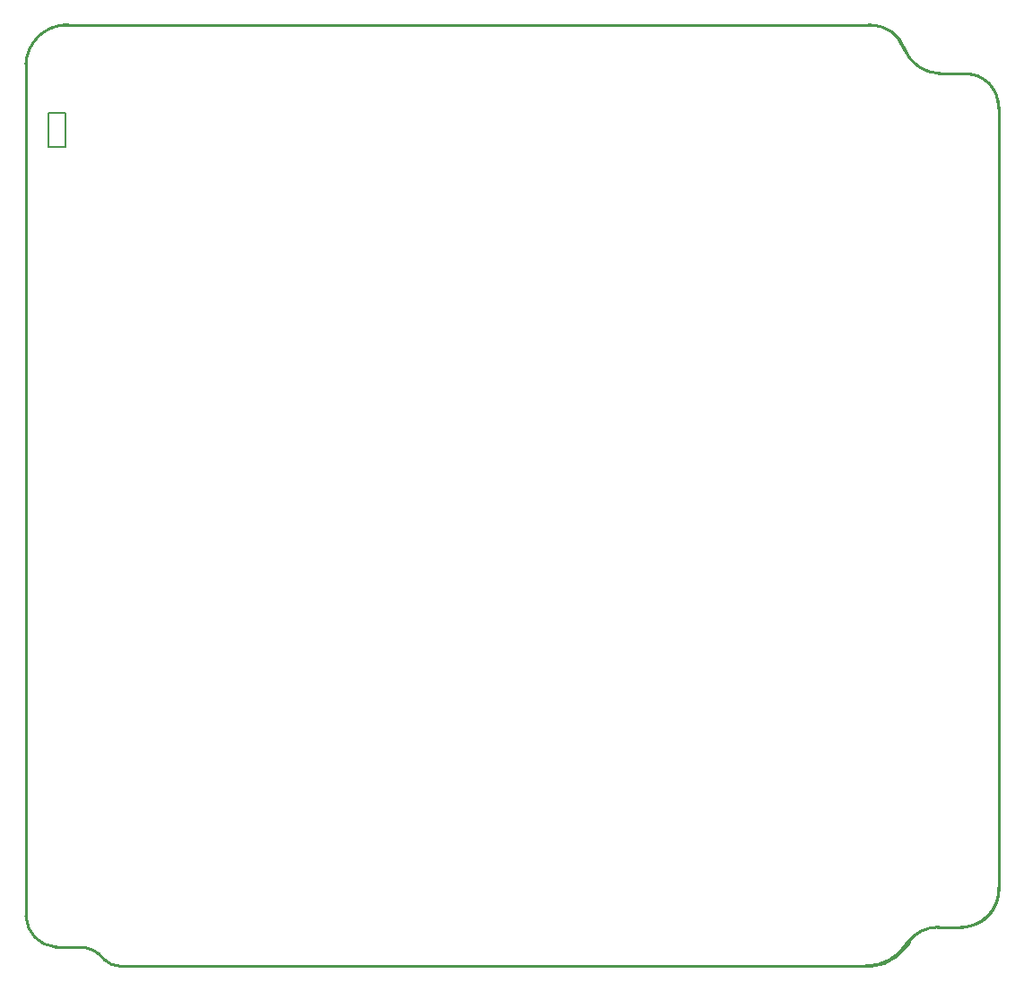
<source format=gko>
G04*
G04 #@! TF.GenerationSoftware,Altium Limited,Altium Designer,18.1.7 (191)*
G04*
G04 Layer_Color=16711935*
%FSLAX25Y25*%
%MOIN*%
G70*
G01*
G75*
%ADD10C,0.00787*%
%ADD12C,0.01000*%
D10*
X9240Y317854D02*
X15539D01*
X9240Y304862D02*
X15539D01*
X9240D02*
Y317854D01*
X15539Y304862D02*
Y317854D01*
D12*
X16643Y350515D02*
G03*
X855Y335770I-216J-15592D01*
G01*
X327148Y341724D02*
G03*
X341607Y332238I14367J6137D01*
G01*
X327148Y341724D02*
G03*
X314382Y350479I-12459J-4482D01*
G01*
X362524Y319228D02*
G03*
X349212Y332261I-12397J653D01*
G01*
X348199Y14722D02*
G03*
X362569Y29720I45J14341D01*
G01*
X339709Y14756D02*
G03*
X329136Y9187I110J-13029D01*
G01*
X315654Y312D02*
G03*
X324027Y3565I-107J12677D01*
G01*
X27813Y4963D02*
G03*
X21579Y7299I-5955J-6408D01*
G01*
X30088Y2676D02*
G03*
X35859Y304I5528J5245D01*
G01*
X899Y18898D02*
G03*
X11649Y7414I11878J346D01*
G01*
X16426Y350479D02*
X314382D01*
X341515Y332261D02*
X349212D01*
X362569Y319228D02*
X362569Y29720D01*
X339709Y14756D02*
X348197D01*
X324042Y3551D02*
X329117Y9176D01*
Y9201D01*
X35859Y304D02*
X315548D01*
X27807Y4957D02*
X30088Y2676D01*
X11757Y7306D02*
X21859D01*
X854Y19244D02*
X854Y335772D01*
X969Y18503D02*
G03*
X12247Y7419I11796J722D01*
G01*
X30208Y2724D02*
G03*
X22454Y7419I-10086J-7908D01*
G01*
X30208Y2724D02*
G03*
X35418Y400I4950J4095D01*
G01*
X312896Y400D02*
G03*
X328213Y8621I575J17307D01*
G01*
X349172Y14828D02*
G03*
X362560Y28425I-102J13490D01*
G01*
X340364Y14828D02*
G03*
X328213Y8621I-253J-14503D01*
G01*
X362560Y320083D02*
G03*
X350339Y332378I-12330J-35D01*
G01*
X327504Y341810D02*
G03*
X339828Y332400I13326J4677D01*
G01*
X327504Y341692D02*
G03*
X315654Y350354I-12571J-4763D01*
G01*
X15378D02*
G03*
X974Y335477I609J-15002D01*
G01*
X12247Y7419D02*
X22454D01*
X35418Y400D02*
X312896Y400D01*
X340111Y14828D02*
X349172D01*
X362560Y28425D02*
X362560Y320083D01*
X339828Y332400D02*
X350230D01*
X17504Y350354D02*
X315654D01*
X15378D02*
X17504D01*
X969Y18503D02*
Y335352D01*
M02*

</source>
